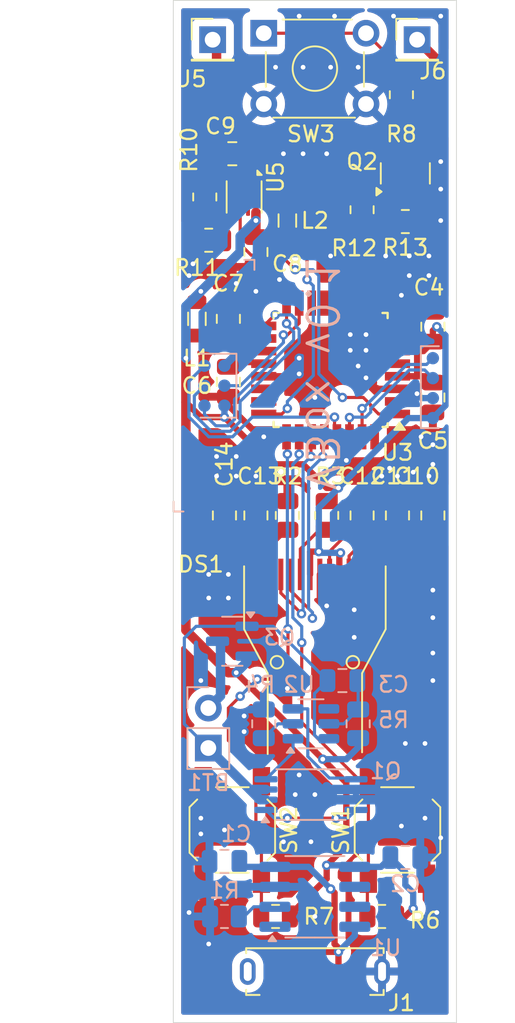
<source format=kicad_pcb>
(kicad_pcb
	(version 20240108)
	(generator "pcbnew")
	(generator_version "8.0")
	(general
		(thickness 1.6)
		(legacy_teardrops no)
	)
	(paper "A4")
	(layers
		(0 "F.Cu" signal)
		(31 "B.Cu" signal)
		(32 "B.Adhes" user "B.Adhesive")
		(33 "F.Adhes" user "F.Adhesive")
		(34 "B.Paste" user)
		(35 "F.Paste" user)
		(36 "B.SilkS" user "B.Silkscreen")
		(37 "F.SilkS" user "F.Silkscreen")
		(38 "B.Mask" user)
		(39 "F.Mask" user)
		(40 "Dwgs.User" user "User.Drawings")
		(41 "Cmts.User" user "User.Comments")
		(42 "Eco1.User" user "User.Eco1")
		(43 "Eco2.User" user "User.Eco2")
		(44 "Edge.Cuts" user)
		(45 "Margin" user)
		(46 "B.CrtYd" user "B.Courtyard")
		(47 "F.CrtYd" user "F.Courtyard")
		(48 "B.Fab" user)
		(49 "F.Fab" user)
		(50 "User.1" user)
		(51 "User.2" user)
		(52 "User.3" user)
		(53 "User.4" user)
		(54 "User.5" user)
		(55 "User.6" user)
		(56 "User.7" user)
		(57 "User.8" user)
		(58 "User.9" user)
	)
	(setup
		(pad_to_mask_clearance 0)
		(allow_soldermask_bridges_in_footprints no)
		(grid_origin 86.5 50)
		(pcbplotparams
			(layerselection 0x00010fc_ffffffff)
			(plot_on_all_layers_selection 0x0000000_00000000)
			(disableapertmacros no)
			(usegerberextensions no)
			(usegerberattributes yes)
			(usegerberadvancedattributes yes)
			(creategerberjobfile yes)
			(dashed_line_dash_ratio 12.000000)
			(dashed_line_gap_ratio 3.000000)
			(svgprecision 4)
			(plotframeref no)
			(viasonmask no)
			(mode 1)
			(useauxorigin no)
			(hpglpennumber 1)
			(hpglpenspeed 20)
			(hpglpendiameter 15.000000)
			(pdf_front_fp_property_popups yes)
			(pdf_back_fp_property_popups yes)
			(dxfpolygonmode yes)
			(dxfimperialunits yes)
			(dxfusepcbnewfont yes)
			(psnegative no)
			(psa4output no)
			(plotreference yes)
			(plotvalue yes)
			(plotfptext yes)
			(plotinvisibletext no)
			(sketchpadsonfab no)
			(subtractmaskfromsilk no)
			(outputformat 1)
			(mirror no)
			(drillshape 0)
			(scaleselection 1)
			(outputdirectory "./vbox-v0.1")
		)
	)
	(net 0 "")
	(net 1 "GND")
	(net 2 "+BATT")
	(net 3 "Net-(U2-VCC)")
	(net 4 "Net-(U3-AREF)")
	(net 5 "Net-(U3-AVCC)")
	(net 6 "unconnected-(J1-CC1-PadA5)")
	(net 7 "unconnected-(J1-CC2-PadB5)")
	(net 8 "RXD")
	(net 9 "TXD")
	(net 10 "MISO")
	(net 11 "RESET")
	(net 12 "SCK")
	(net 13 "MOSI")
	(net 14 "Net-(U5-SW)")
	(net 15 "Net-(U2-OD)")
	(net 16 "Net-(Q1-Pad1)")
	(net 17 "Net-(U2-OC)")
	(net 18 "Net-(Q2-G)")
	(net 19 "Net-(U1-PROG)")
	(net 20 "Net-(U2-CS)")
	(net 21 "moins")
	(net 22 "plus")
	(net 23 "fire")
	(net 24 "Net-(U5-FB)")
	(net 25 "PWM")
	(net 26 "unconnected-(U1-TEMP-Pad1)")
	(net 27 "unconnected-(U2-TD-Pad4)")
	(net 28 "unconnected-(U3-PD4-Pad2)")
	(net 29 "unconnected-(U3-PC0-Pad23)")
	(net 30 "unconnected-(U3-ADC7-Pad22)")
	(net 31 "ss")
	(net 32 "unconnected-(U3-PD2-Pad32)")
	(net 33 "unconnected-(U3-PD7-Pad11)")
	(net 34 "unconnected-(U3-XTAL2{slash}PB7-Pad8)")
	(net 35 "unconnected-(U3-PD6-Pad10)")
	(net 36 "unconnected-(U3-PB0-Pad12)")
	(net 37 "unconnected-(U3-XTAL1{slash}PB6-Pad7)")
	(net 38 "unconnected-(U3-ADC6-Pad19)")
	(net 39 "CE")
	(net 40 "BOOST_EN")
	(net 41 "unconnected-(U5-MODE-Pad6)")
	(net 42 "/GNDPWM")
	(net 43 "unconnected-(U1-~{CHRG}-Pad7)")
	(net 44 "unconnected-(U1-~{STDBY}-Pad6)")
	(net 45 "Net-(DS1-C2P)")
	(net 46 "Net-(DS1-C2N)")
	(net 47 "Net-(DS1-C1P)")
	(net 48 "Net-(DS1-C1N)")
	(net 49 "Net-(DS1-N.C.)")
	(net 50 "Net-(DS1-VCOMH)")
	(net 51 "Net-(DS1-VCC)")
	(net 52 "Net-(DS1-IREF)")
	(net 53 "Net-(DS1-RES#)")
	(net 54 "SDA")
	(net 55 "SCL")
	(net 56 "+USB5V")
	(net 57 "+BOOSTED5V")
	(net 58 "/-BT1")
	(net 59 "/+BT1")
	(footprint "My_footprint:oled DD-9616BE-3A" (layer "F.Cu") (at 95.5 85.484))
	(footprint "Resistor_SMD:R_0805_2012Metric" (layer "F.Cu") (at 101 56 90))
	(footprint "Inductor_SMD:L_0805_2012Metric" (layer "F.Cu") (at 93.75 64 90))
	(footprint "Capacitor_SMD:C_0805_2012Metric" (layer "F.Cu") (at 103 75.25 -90))
	(footprint "Resistor_SMD:R_0805_2012Metric" (layer "F.Cu") (at 88.75 65.25 180))
	(footprint "Resistor_SMD:R_0805_2012Metric" (layer "F.Cu") (at 96.25 82.75 90))
	(footprint "Resistor_SMD:R_0805_2012Metric" (layer "F.Cu") (at 93.75 82.75 -90))
	(footprint "Package_TO_SOT_SMD:SOT-23" (layer "F.Cu") (at 101.25 61 90))
	(footprint "Resistor_SMD:R_0805_2012Metric" (layer "F.Cu") (at 99.75 108.25 180))
	(footprint "Resistor_SMD:R_0805_2012Metric" (layer "F.Cu") (at 88.5 62.5 -90))
	(footprint "Capacitor_SMD:C_0805_2012Metric" (layer "F.Cu") (at 91.75 82.75 -90))
	(footprint "Capacitor_SMD:C_0805_2012Metric" (layer "F.Cu") (at 100.75 82.75 -90))
	(footprint "Package_DFN_QFN:Texas_RWU0007A_VQFN-7_2x2mm_P0.5mm" (layer "F.Cu") (at 91 62.5 -90))
	(footprint "Button_Switch_SMD:SW_SPST_SKQG_WithStem" (layer "F.Cu") (at 100.75 102.75 90))
	(footprint "Capacitor_SMD:C_0805_2012Metric" (layer "F.Cu") (at 90 74.25 -90))
	(footprint "Capacitor_SMD:C_0805_2012Metric" (layer "F.Cu") (at 98.5 82.75 -90))
	(footprint "Button_Switch_THT:SW_TH_Tactile_Omron_B3F-10xx" (layer "F.Cu") (at 92.25 52.0875))
	(footprint "Resistor_SMD:R_0805_2012Metric" (layer "F.Cu") (at 98.5 63.3125 -90))
	(footprint "Capacitor_SMD:C_0805_2012Metric" (layer "F.Cu") (at 90 70.25 90))
	(footprint "Package_QFP:TQFP-32_7x7mm_P0.8mm" (layer "F.Cu") (at 96.5 73.5 180))
	(footprint "Connector_PinHeader_2.54mm:PinHeader_1x01_P2.54mm_Vertical" (layer "F.Cu") (at 89 52.5))
	(footprint "Capacitor_SMD:C_0805_2012Metric" (layer "F.Cu") (at 89.75 82.75 -90))
	(footprint "Button_Switch_SMD:SW_SPST_SKQG_WithoutStem" (layer "F.Cu") (at 90.25 102.75 -90))
	(footprint "Capacitor_SMD:C_0805_2012Metric" (layer "F.Cu") (at 90.25 59.75))
	(footprint "My_footprint:CUI_UJC-VP-3-SMT-TR" (layer "F.Cu") (at 95.5 111.75 180))
	(footprint "Inductor_SMD:L_0805_2012Metric" (layer "F.Cu") (at 88 70.25 -90))
	(footprint "Connector_PinHeader_2.54mm:PinHeader_1x01_P2.54mm_Vertical" (layer "F.Cu") (at 102 52.5))
	(footprint "Capacitor_SMD:C_0805_2012Metric" (layer "F.Cu") (at 91.75 66 -90))
	(footprint "Resistor_SMD:R_0805_2012Metric" (layer "F.Cu") (at 101.25 64.0625 180))
	(footprint "Capacitor_SMD:C_0805_2012Metric" (layer "F.Cu") (at 103 82.75 -90))
	(footprint "Capacitor_SMD:C_0805_2012Metric" (layer "F.Cu") (at 103 70.75 90))
	(footprint "Resistor_SMD:R_0805_2012Metric" (layer "F.Cu") (at 93 108.25 180))
	(footprint "Package_SO:SOP-8_3.76x4.96mm_P1.27mm" (layer "B.Cu") (at 95.5 107))
	(footprint "Package_TO_SOT_SMD:SOT-23-6" (layer "B.Cu") (at 95.25 96))
	(footprint "Capacitor_SMD:C_0805_2012Metric" (layer "B.Cu") (at 97.25 93.25 180))
	(footprint "Package_TO_SOT_SMD:SOT-23" (layer "B.Cu") (at 90.25 90.75 180))
	(footprint "My_footprint:pad-probe_1x04_P1.27mm_Vertical"
		(layer "B.Cu")
		(uuid "69ce13b1-7df8-4a4c-bbe7-7ac374585534")
		(at 101.833 74.654 -90)
		(descr "Tag-Connect programming header; http://www.tag-connect.com/Materials/TC2030-IDC-NL.pdf")
		(tags "tag connect programming header pogo pins")
		(property "Reference" "J2"
			(at 0 -2.7 90)
			(layer "B.SilkS")
			(hide yes)
			(uuid "4fdc31b8-3e3e-4953-b1f2-0c1ce9fa325e")
			(effects
				(font
					(size 1 1)
					(thickness 0.15)
				)
				(justify mirror)
			)
		)
		(property "Value" "serial pads"
			(at 0 2.3 90)
			(layer "B.Fab")
			(hide yes)
			(uuid "cab0b3a3-282c-478f-b979-4724c6887ead")
			(effects
				(font
					(size 1 1)
					(thickness 0.15)
				)
				(justify mirror)
			)
		)
		(property "Footprint" "My_footprint:pad-probe_1x04_P1.27mm_Vertical"
			(at 0 0 90)
			(layer "B.Fab")
			(hide yes)
			(uuid "6e490dc1-9e5a-45d3-9b6d-7c1d9a6f9b35")
			(effects
				(font
					(size 1.27 1.27)
					(thickness 0.15)
				)
				(justify mirror)
			)
		)
		(property "Datasheet" ""
			(at 0 0 90)
			(layer "B.Fab")
			(hide yes)
			(uuid "820bcb12-bdbf-4700-a427-f57948db5af1")
			(effects
				(font
					(size 1.27 1.27)
					(thickness 0.15)
				)
				(justify mirror)
			)
		)
		(property "Description" ""
			(at 0 0 90)
			(layer "B.Fab")
			(hide yes)
			(uuid "5a6b2a8b-9a74-493e-a90c-0ce4f505be38")
			(effects
				(font
					(size 1.27 1.27)
					(thickness 0.15)
				)
				(justify mirror)
			)
		)
		(property ki_fp_filters "Connector*:*_1x??_*")
		(path "/0f594007-fa49-4c0d-8e65-2488b26f515b")
		(sheetname "Root")
		(sheetfile "boxmod.kicad_sch")
		(attr exclude_from_pos_files)
		(fp_line
			(start -2.666 -0.405)
			(end -2.666 -1.548)
			(stroke
				(width 0.12)
				(type default)
			)
			(layer "B.SilkS")
			(uuid "a58f7516-e5c9-418a-a2d3-a89afce46dc3")
		)
		(fp_line
			(start 2.541 -0.405)
			(end -2.666 -0.405)
			(stroke
				(width 0.12)
				(type default)
			)
			(layer "B.SilkS")
			(uuid "1632ec17-d721-4cd0-b931-f4ebb76fa5d7")
		)
		(fp_line
			(start 2.541 -1.548)
			(end 2.541 -0.405)
			(stroke
				(width 0.12)
				(type default)
			)
			(layer "B.SilkS")
			(uuid "e8a65bab-78cb-4565-9558-9fa592894a38")
		)
		(fp_rect
			(start -7.999 0.333)
			(end 8.001 -2.667)
			(stroke
				(width 0.05)
				(type default)
			)
			(fill none)
			(layer "B.CrtYd")
			(uuid "de4bdaa5-6925-43c7-ab00-16fd0153a2ae")
		)
		(fp_text user "KEEPOUT"
			(at 0.066 -1.132 90)
			(layer "Cmts.User")
			(uuid "92ff0d8d-51b6-44cb-b248-7151da1a102f")
			(effects
				(font
					(size 0.4 0.4)
					(thickness 0.07)
				)
			)
		)
		(fp_text user "${REFERENCE}"
			(at 2.668 0.484 90)
			(layer "B.Fab")
			(uuid "2453afed-7474-4a67-b1af-62966a4e2be6")
			(effects
				(font
					(size 1 1)
					(thickness 0.15)
				)
				(justify mirror)
			)
		)
		(p
... [259013 chars truncated]
</source>
